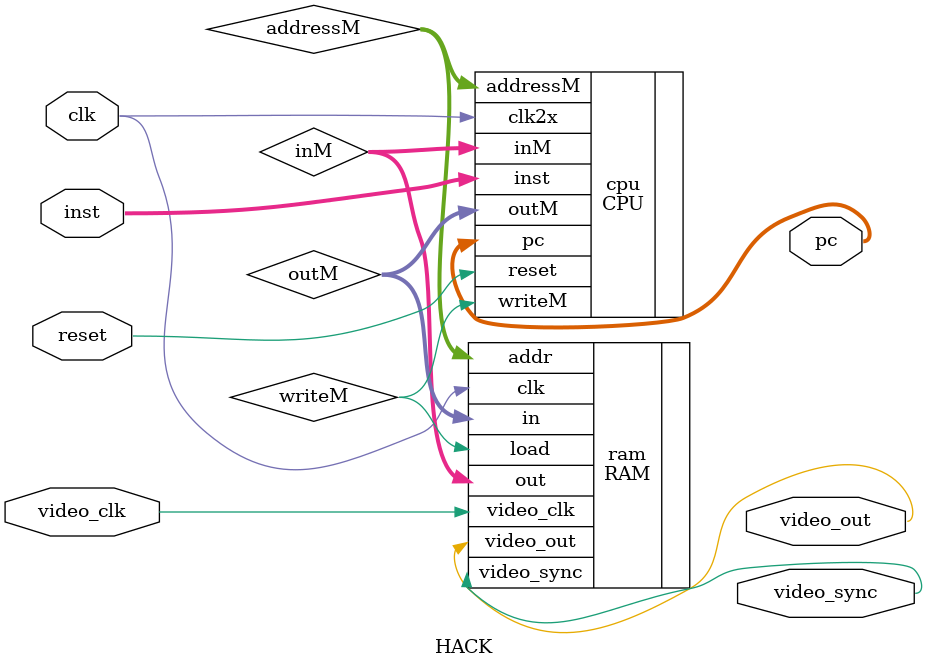
<source format=v>
`default_nettype none

module HACK(
  output wire[14:0] pc,
  output wire video_out,
  output wire video_sync,
  input wire clk,
  input wire video_clk,
  input wire reset,
  input wire[15:0] inst);

  wire[15:0] inM;
  wire[15:0] outM;
  wire[14:0] addressM;
  wire writeM;

  RAM ram(.out(inM),
          .video_out(video_out),
          .video_sync(video_sync),
          .clk(clk),
          .video_clk(video_clk),
          .load(writeM),
          .addr(addressM[14:0]),
          .in(outM));

  CPU cpu(.outM(outM),
          .addressM(addressM),
          .writeM(writeM),
          .pc(pc),
          .clk2x(clk),
          .inM(inM),
          .inst(inst),
          .reset(reset));
endmodule

</source>
